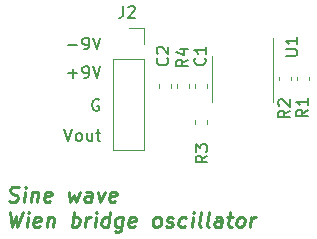
<source format=gbr>
%TF.GenerationSoftware,KiCad,Pcbnew,5.1.6-c6e7f7d~87~ubuntu18.04.1*%
%TF.CreationDate,2021-12-08T10:02:53-08:00*%
%TF.ProjectId,wien-bridge-oscillator,7769656e-2d62-4726-9964-67652d6f7363,rev?*%
%TF.SameCoordinates,Original*%
%TF.FileFunction,Legend,Top*%
%TF.FilePolarity,Positive*%
%FSLAX46Y46*%
G04 Gerber Fmt 4.6, Leading zero omitted, Abs format (unit mm)*
G04 Created by KiCad (PCBNEW 5.1.6-c6e7f7d~87~ubuntu18.04.1) date 2021-12-08 10:02:53*
%MOMM*%
%LPD*%
G01*
G04 APERTURE LIST*
%ADD10C,0.150000*%
%ADD11C,0.228600*%
%ADD12C,0.120000*%
G04 APERTURE END LIST*
D10*
X150352285Y-93670428D02*
X151114190Y-93670428D01*
X151638000Y-94051380D02*
X151828476Y-94051380D01*
X151923714Y-94003761D01*
X151971333Y-93956142D01*
X152066571Y-93813285D01*
X152114190Y-93622809D01*
X152114190Y-93241857D01*
X152066571Y-93146619D01*
X152018952Y-93099000D01*
X151923714Y-93051380D01*
X151733238Y-93051380D01*
X151638000Y-93099000D01*
X151590380Y-93146619D01*
X151542761Y-93241857D01*
X151542761Y-93479952D01*
X151590380Y-93575190D01*
X151638000Y-93622809D01*
X151733238Y-93670428D01*
X151923714Y-93670428D01*
X152018952Y-93622809D01*
X152066571Y-93575190D01*
X152114190Y-93479952D01*
X152399904Y-93051380D02*
X152733238Y-94051380D01*
X153066571Y-93051380D01*
X150352285Y-96083428D02*
X151114190Y-96083428D01*
X150733238Y-96464380D02*
X150733238Y-95702476D01*
X151638000Y-96464380D02*
X151828476Y-96464380D01*
X151923714Y-96416761D01*
X151971333Y-96369142D01*
X152066571Y-96226285D01*
X152114190Y-96035809D01*
X152114190Y-95654857D01*
X152066571Y-95559619D01*
X152018952Y-95512000D01*
X151923714Y-95464380D01*
X151733238Y-95464380D01*
X151638000Y-95512000D01*
X151590380Y-95559619D01*
X151542761Y-95654857D01*
X151542761Y-95892952D01*
X151590380Y-95988190D01*
X151638000Y-96035809D01*
X151733238Y-96083428D01*
X151923714Y-96083428D01*
X152018952Y-96035809D01*
X152066571Y-95988190D01*
X152114190Y-95892952D01*
X152399904Y-95464380D02*
X152733238Y-96464380D01*
X153066571Y-95464380D01*
X152923714Y-98306000D02*
X152828476Y-98258380D01*
X152685619Y-98258380D01*
X152542762Y-98306000D01*
X152447524Y-98401238D01*
X152399905Y-98496476D01*
X152352286Y-98686952D01*
X152352286Y-98829809D01*
X152399905Y-99020285D01*
X152447524Y-99115523D01*
X152542762Y-99210761D01*
X152685619Y-99258380D01*
X152780857Y-99258380D01*
X152923714Y-99210761D01*
X152971333Y-99163142D01*
X152971333Y-98829809D01*
X152780857Y-98829809D01*
D11*
X145312613Y-106889247D02*
X145486482Y-106949723D01*
X145788863Y-106949723D01*
X145917375Y-106889247D01*
X145985411Y-106828771D01*
X146061006Y-106707819D01*
X146076125Y-106586866D01*
X146030768Y-106465914D01*
X145977851Y-106405438D01*
X145864459Y-106344961D01*
X145630113Y-106284485D01*
X145516720Y-106224009D01*
X145463804Y-106163533D01*
X145418447Y-106042580D01*
X145433566Y-105921628D01*
X145509161Y-105800676D01*
X145577197Y-105740200D01*
X145705709Y-105679723D01*
X146008090Y-105679723D01*
X146181959Y-105740200D01*
X146575054Y-106949723D02*
X146680887Y-106103057D01*
X146733804Y-105679723D02*
X146665768Y-105740200D01*
X146718685Y-105800676D01*
X146786720Y-105740200D01*
X146733804Y-105679723D01*
X146718685Y-105800676D01*
X147285649Y-106103057D02*
X147179816Y-106949723D01*
X147270530Y-106224009D02*
X147338566Y-106163533D01*
X147467078Y-106103057D01*
X147648506Y-106103057D01*
X147761899Y-106163533D01*
X147807256Y-106284485D01*
X147724101Y-106949723D01*
X148820232Y-106889247D02*
X148691720Y-106949723D01*
X148449816Y-106949723D01*
X148336423Y-106889247D01*
X148291066Y-106768295D01*
X148351542Y-106284485D01*
X148427137Y-106163533D01*
X148555649Y-106103057D01*
X148797554Y-106103057D01*
X148910947Y-106163533D01*
X148956304Y-106284485D01*
X148941185Y-106405438D01*
X148321304Y-106526390D01*
X150369935Y-106103057D02*
X150506006Y-106949723D01*
X150823506Y-106344961D01*
X150989816Y-106949723D01*
X151337554Y-106103057D01*
X152259816Y-106949723D02*
X152342970Y-106284485D01*
X152297613Y-106163533D01*
X152184220Y-106103057D01*
X151942316Y-106103057D01*
X151813804Y-106163533D01*
X152267375Y-106889247D02*
X152138863Y-106949723D01*
X151836482Y-106949723D01*
X151723090Y-106889247D01*
X151677732Y-106768295D01*
X151692851Y-106647342D01*
X151768447Y-106526390D01*
X151896959Y-106465914D01*
X152199340Y-106465914D01*
X152327851Y-106405438D01*
X152849459Y-106103057D02*
X153046006Y-106949723D01*
X153454220Y-106103057D01*
X154323566Y-106889247D02*
X154195054Y-106949723D01*
X153953149Y-106949723D01*
X153839756Y-106889247D01*
X153794399Y-106768295D01*
X153854875Y-106284485D01*
X153930470Y-106163533D01*
X154058982Y-106103057D01*
X154300887Y-106103057D01*
X154414280Y-106163533D01*
X154459637Y-106284485D01*
X154444518Y-106405438D01*
X153824637Y-106526390D01*
X145403328Y-107813323D02*
X145546959Y-109083323D01*
X145902256Y-108176180D01*
X146030768Y-109083323D01*
X146491899Y-107813323D01*
X146816959Y-109083323D02*
X146922792Y-108236657D01*
X146975709Y-107813323D02*
X146907673Y-107873800D01*
X146960590Y-107934276D01*
X147028625Y-107873800D01*
X146975709Y-107813323D01*
X146960590Y-107934276D01*
X147913090Y-109022847D02*
X147784578Y-109083323D01*
X147542673Y-109083323D01*
X147429280Y-109022847D01*
X147383923Y-108901895D01*
X147444399Y-108418085D01*
X147519994Y-108297133D01*
X147648506Y-108236657D01*
X147890411Y-108236657D01*
X148003804Y-108297133D01*
X148049161Y-108418085D01*
X148034042Y-108539038D01*
X147414161Y-108659990D01*
X148616125Y-108236657D02*
X148510292Y-109083323D01*
X148601006Y-108357609D02*
X148669042Y-108297133D01*
X148797554Y-108236657D01*
X148978982Y-108236657D01*
X149092375Y-108297133D01*
X149137732Y-108418085D01*
X149054578Y-109083323D01*
X150626959Y-109083323D02*
X150785709Y-107813323D01*
X150725232Y-108297133D02*
X150853744Y-108236657D01*
X151095649Y-108236657D01*
X151209042Y-108297133D01*
X151261959Y-108357609D01*
X151307316Y-108478561D01*
X151261959Y-108841419D01*
X151186363Y-108962371D01*
X151118328Y-109022847D01*
X150989816Y-109083323D01*
X150747911Y-109083323D01*
X150634518Y-109022847D01*
X151776006Y-109083323D02*
X151881840Y-108236657D01*
X151851601Y-108478561D02*
X151927197Y-108357609D01*
X151995232Y-108297133D01*
X152123744Y-108236657D01*
X152244697Y-108236657D01*
X152562197Y-109083323D02*
X152668030Y-108236657D01*
X152720947Y-107813323D02*
X152652911Y-107873800D01*
X152705828Y-107934276D01*
X152773863Y-107873800D01*
X152720947Y-107813323D01*
X152705828Y-107934276D01*
X153711244Y-109083323D02*
X153869994Y-107813323D01*
X153718804Y-109022847D02*
X153590292Y-109083323D01*
X153348387Y-109083323D01*
X153234994Y-109022847D01*
X153182078Y-108962371D01*
X153136720Y-108841419D01*
X153182078Y-108478561D01*
X153257673Y-108357609D01*
X153325709Y-108297133D01*
X153454220Y-108236657D01*
X153696125Y-108236657D01*
X153809518Y-108297133D01*
X154966125Y-108236657D02*
X154837613Y-109264752D01*
X154762018Y-109385704D01*
X154693982Y-109446180D01*
X154565470Y-109506657D01*
X154384042Y-109506657D01*
X154270649Y-109446180D01*
X154867851Y-109022847D02*
X154739340Y-109083323D01*
X154497435Y-109083323D01*
X154384042Y-109022847D01*
X154331125Y-108962371D01*
X154285768Y-108841419D01*
X154331125Y-108478561D01*
X154406720Y-108357609D01*
X154474756Y-108297133D01*
X154603268Y-108236657D01*
X154845173Y-108236657D01*
X154958566Y-108297133D01*
X155956423Y-109022847D02*
X155827911Y-109083323D01*
X155586006Y-109083323D01*
X155472613Y-109022847D01*
X155427256Y-108901895D01*
X155487732Y-108418085D01*
X155563328Y-108297133D01*
X155691840Y-108236657D01*
X155933744Y-108236657D01*
X156047137Y-108297133D01*
X156092494Y-108418085D01*
X156077375Y-108539038D01*
X155457494Y-108659990D01*
X157702673Y-109083323D02*
X157589280Y-109022847D01*
X157536363Y-108962371D01*
X157491006Y-108841419D01*
X157536363Y-108478561D01*
X157611959Y-108357609D01*
X157679994Y-108297133D01*
X157808506Y-108236657D01*
X157989935Y-108236657D01*
X158103328Y-108297133D01*
X158156244Y-108357609D01*
X158201601Y-108478561D01*
X158156244Y-108841419D01*
X158080649Y-108962371D01*
X158012613Y-109022847D01*
X157884101Y-109083323D01*
X157702673Y-109083323D01*
X158617375Y-109022847D02*
X158730768Y-109083323D01*
X158972673Y-109083323D01*
X159101185Y-109022847D01*
X159176780Y-108901895D01*
X159184340Y-108841419D01*
X159138982Y-108720466D01*
X159025590Y-108659990D01*
X158844161Y-108659990D01*
X158730768Y-108599514D01*
X158685411Y-108478561D01*
X158692970Y-108418085D01*
X158768566Y-108297133D01*
X158897078Y-108236657D01*
X159078506Y-108236657D01*
X159191899Y-108297133D01*
X160250232Y-109022847D02*
X160121720Y-109083323D01*
X159879816Y-109083323D01*
X159766423Y-109022847D01*
X159713506Y-108962371D01*
X159668149Y-108841419D01*
X159713506Y-108478561D01*
X159789101Y-108357609D01*
X159857137Y-108297133D01*
X159985649Y-108236657D01*
X160227554Y-108236657D01*
X160340947Y-108297133D01*
X160786959Y-109083323D02*
X160892792Y-108236657D01*
X160945709Y-107813323D02*
X160877673Y-107873800D01*
X160930590Y-107934276D01*
X160998625Y-107873800D01*
X160945709Y-107813323D01*
X160930590Y-107934276D01*
X161573149Y-109083323D02*
X161459756Y-109022847D01*
X161414399Y-108901895D01*
X161550470Y-107813323D01*
X162238387Y-109083323D02*
X162124994Y-109022847D01*
X162079637Y-108901895D01*
X162215709Y-107813323D01*
X163266482Y-109083323D02*
X163349637Y-108418085D01*
X163304280Y-108297133D01*
X163190887Y-108236657D01*
X162948982Y-108236657D01*
X162820470Y-108297133D01*
X163274042Y-109022847D02*
X163145530Y-109083323D01*
X162843149Y-109083323D01*
X162729756Y-109022847D01*
X162684399Y-108901895D01*
X162699518Y-108780942D01*
X162775113Y-108659990D01*
X162903625Y-108599514D01*
X163206006Y-108599514D01*
X163334518Y-108539038D01*
X163795649Y-108236657D02*
X164279459Y-108236657D01*
X164029994Y-107813323D02*
X163893923Y-108901895D01*
X163939280Y-109022847D01*
X164052673Y-109083323D01*
X164173625Y-109083323D01*
X164778387Y-109083323D02*
X164664994Y-109022847D01*
X164612078Y-108962371D01*
X164566720Y-108841419D01*
X164612078Y-108478561D01*
X164687673Y-108357609D01*
X164755709Y-108297133D01*
X164884220Y-108236657D01*
X165065649Y-108236657D01*
X165179042Y-108297133D01*
X165231959Y-108357609D01*
X165277316Y-108478561D01*
X165231959Y-108841419D01*
X165156363Y-108962371D01*
X165088328Y-109022847D01*
X164959816Y-109083323D01*
X164778387Y-109083323D01*
X165746006Y-109083323D02*
X165851840Y-108236657D01*
X165821601Y-108478561D02*
X165897197Y-108357609D01*
X165965232Y-108297133D01*
X166093744Y-108236657D01*
X166214697Y-108236657D01*
D10*
X150018952Y-100798380D02*
X150352285Y-101798380D01*
X150685619Y-100798380D01*
X151161809Y-101798380D02*
X151066571Y-101750761D01*
X151018952Y-101703142D01*
X150971333Y-101607904D01*
X150971333Y-101322190D01*
X151018952Y-101226952D01*
X151066571Y-101179333D01*
X151161809Y-101131714D01*
X151304666Y-101131714D01*
X151399904Y-101179333D01*
X151447523Y-101226952D01*
X151495142Y-101322190D01*
X151495142Y-101607904D01*
X151447523Y-101703142D01*
X151399904Y-101750761D01*
X151304666Y-101798380D01*
X151161809Y-101798380D01*
X152352285Y-101131714D02*
X152352285Y-101798380D01*
X151923714Y-101131714D02*
X151923714Y-101655523D01*
X151971333Y-101750761D01*
X152066571Y-101798380D01*
X152209428Y-101798380D01*
X152304666Y-101750761D01*
X152352285Y-101703142D01*
X152685619Y-101131714D02*
X153066571Y-101131714D01*
X152828476Y-100798380D02*
X152828476Y-101655523D01*
X152876095Y-101750761D01*
X152971333Y-101798380D01*
X153066571Y-101798380D01*
D12*
%TO.C,U1*%
X167660000Y-96520000D02*
X167660000Y-93070000D01*
X167660000Y-96520000D02*
X167660000Y-98470000D01*
X162540000Y-96520000D02*
X162540000Y-94570000D01*
X162540000Y-96520000D02*
X162540000Y-98470000D01*
%TO.C,R4*%
X159510000Y-96992221D02*
X159510000Y-97317779D01*
X160530000Y-96992221D02*
X160530000Y-97317779D01*
%TO.C,R3*%
X162054000Y-100365779D02*
X162054000Y-100040221D01*
X161034000Y-100365779D02*
X161034000Y-100040221D01*
%TO.C,R2*%
X168146000Y-96357221D02*
X168146000Y-96682779D01*
X169166000Y-96357221D02*
X169166000Y-96682779D01*
%TO.C,C2*%
X159006000Y-97317779D02*
X159006000Y-96992221D01*
X157986000Y-97317779D02*
X157986000Y-96992221D01*
%TO.C,C1*%
X161034000Y-96992221D02*
X161034000Y-97317779D01*
X162054000Y-96992221D02*
X162054000Y-97317779D01*
%TO.C,R1*%
X169670000Y-96682779D02*
X169670000Y-96357221D01*
X170690000Y-96682779D02*
X170690000Y-96357221D01*
%TO.C,J2*%
X155448000Y-92269000D02*
X156778000Y-92269000D01*
X156778000Y-92269000D02*
X156778000Y-93599000D01*
X156778000Y-94869000D02*
X156778000Y-102549000D01*
X154118000Y-102549000D02*
X156778000Y-102549000D01*
X154118000Y-94869000D02*
X154118000Y-102549000D01*
X154118000Y-94869000D02*
X156778000Y-94869000D01*
%TO.C,U1*%
D10*
X168743380Y-94614904D02*
X169552904Y-94614904D01*
X169648142Y-94567285D01*
X169695761Y-94519666D01*
X169743380Y-94424428D01*
X169743380Y-94233952D01*
X169695761Y-94138714D01*
X169648142Y-94091095D01*
X169552904Y-94043476D01*
X168743380Y-94043476D01*
X169743380Y-93043476D02*
X169743380Y-93614904D01*
X169743380Y-93329190D02*
X168743380Y-93329190D01*
X168886238Y-93424428D01*
X168981476Y-93519666D01*
X169029095Y-93614904D01*
%TO.C,R4*%
X160472380Y-94908666D02*
X159996190Y-95242000D01*
X160472380Y-95480095D02*
X159472380Y-95480095D01*
X159472380Y-95099142D01*
X159520000Y-95003904D01*
X159567619Y-94956285D01*
X159662857Y-94908666D01*
X159805714Y-94908666D01*
X159900952Y-94956285D01*
X159948571Y-95003904D01*
X159996190Y-95099142D01*
X159996190Y-95480095D01*
X159805714Y-94051523D02*
X160472380Y-94051523D01*
X159424761Y-94289619D02*
X160139047Y-94527714D01*
X160139047Y-93908666D01*
%TO.C,R3*%
X162123380Y-103036666D02*
X161647190Y-103370000D01*
X162123380Y-103608095D02*
X161123380Y-103608095D01*
X161123380Y-103227142D01*
X161171000Y-103131904D01*
X161218619Y-103084285D01*
X161313857Y-103036666D01*
X161456714Y-103036666D01*
X161551952Y-103084285D01*
X161599571Y-103131904D01*
X161647190Y-103227142D01*
X161647190Y-103608095D01*
X161123380Y-102703333D02*
X161123380Y-102084285D01*
X161504333Y-102417619D01*
X161504333Y-102274761D01*
X161551952Y-102179523D01*
X161599571Y-102131904D01*
X161694809Y-102084285D01*
X161932904Y-102084285D01*
X162028142Y-102131904D01*
X162075761Y-102179523D01*
X162123380Y-102274761D01*
X162123380Y-102560476D01*
X162075761Y-102655714D01*
X162028142Y-102703333D01*
%TO.C,R2*%
X169108380Y-99226666D02*
X168632190Y-99560000D01*
X169108380Y-99798095D02*
X168108380Y-99798095D01*
X168108380Y-99417142D01*
X168156000Y-99321904D01*
X168203619Y-99274285D01*
X168298857Y-99226666D01*
X168441714Y-99226666D01*
X168536952Y-99274285D01*
X168584571Y-99321904D01*
X168632190Y-99417142D01*
X168632190Y-99798095D01*
X168203619Y-98845714D02*
X168156000Y-98798095D01*
X168108380Y-98702857D01*
X168108380Y-98464761D01*
X168156000Y-98369523D01*
X168203619Y-98321904D01*
X168298857Y-98274285D01*
X168394095Y-98274285D01*
X168536952Y-98321904D01*
X169108380Y-98893333D01*
X169108380Y-98274285D01*
%TO.C,C2*%
X158726142Y-94781666D02*
X158773761Y-94829285D01*
X158821380Y-94972142D01*
X158821380Y-95067380D01*
X158773761Y-95210238D01*
X158678523Y-95305476D01*
X158583285Y-95353095D01*
X158392809Y-95400714D01*
X158249952Y-95400714D01*
X158059476Y-95353095D01*
X157964238Y-95305476D01*
X157869000Y-95210238D01*
X157821380Y-95067380D01*
X157821380Y-94972142D01*
X157869000Y-94829285D01*
X157916619Y-94781666D01*
X157916619Y-94400714D02*
X157869000Y-94353095D01*
X157821380Y-94257857D01*
X157821380Y-94019761D01*
X157869000Y-93924523D01*
X157916619Y-93876904D01*
X158011857Y-93829285D01*
X158107095Y-93829285D01*
X158249952Y-93876904D01*
X158821380Y-94448333D01*
X158821380Y-93829285D01*
%TO.C,C1*%
X161901142Y-94781666D02*
X161948761Y-94829285D01*
X161996380Y-94972142D01*
X161996380Y-95067380D01*
X161948761Y-95210238D01*
X161853523Y-95305476D01*
X161758285Y-95353095D01*
X161567809Y-95400714D01*
X161424952Y-95400714D01*
X161234476Y-95353095D01*
X161139238Y-95305476D01*
X161044000Y-95210238D01*
X160996380Y-95067380D01*
X160996380Y-94972142D01*
X161044000Y-94829285D01*
X161091619Y-94781666D01*
X161996380Y-93829285D02*
X161996380Y-94400714D01*
X161996380Y-94115000D02*
X160996380Y-94115000D01*
X161139238Y-94210238D01*
X161234476Y-94305476D01*
X161282095Y-94400714D01*
%TO.C,R1*%
X170632380Y-99150466D02*
X170156190Y-99483800D01*
X170632380Y-99721895D02*
X169632380Y-99721895D01*
X169632380Y-99340942D01*
X169680000Y-99245704D01*
X169727619Y-99198085D01*
X169822857Y-99150466D01*
X169965714Y-99150466D01*
X170060952Y-99198085D01*
X170108571Y-99245704D01*
X170156190Y-99340942D01*
X170156190Y-99721895D01*
X170632380Y-98198085D02*
X170632380Y-98769514D01*
X170632380Y-98483800D02*
X169632380Y-98483800D01*
X169775238Y-98579038D01*
X169870476Y-98674276D01*
X169918095Y-98769514D01*
%TO.C,J2*%
X154987666Y-90384380D02*
X154987666Y-91098666D01*
X154940047Y-91241523D01*
X154844809Y-91336761D01*
X154701952Y-91384380D01*
X154606714Y-91384380D01*
X155416238Y-90479619D02*
X155463857Y-90432000D01*
X155559095Y-90384380D01*
X155797190Y-90384380D01*
X155892428Y-90432000D01*
X155940047Y-90479619D01*
X155987666Y-90574857D01*
X155987666Y-90670095D01*
X155940047Y-90812952D01*
X155368619Y-91384380D01*
X155987666Y-91384380D01*
%TD*%
M02*

</source>
